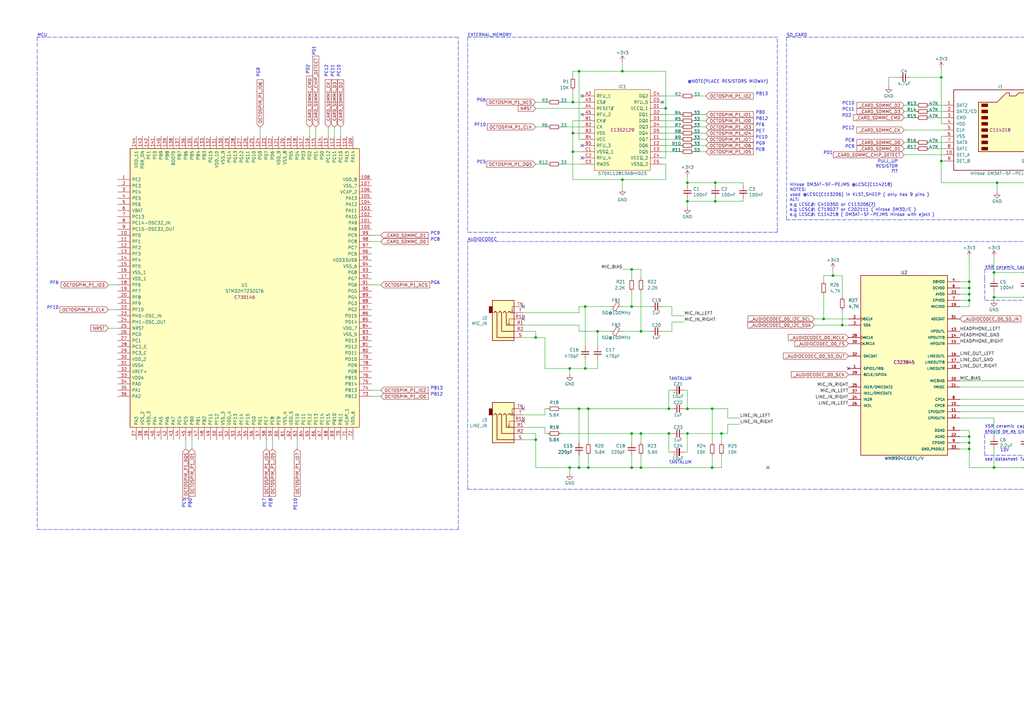
<source format=kicad_sch>
(kicad_sch (version 20211123) (generator eeschema)
  (paper "A3")
  (title_block (title "KLST_PANDA") (date "2022-10-02") (rev "V1.0"))
  (junction (at 386.08 66.04))
  (junction (at 433.07 191.77))
  (junction (at 237.49 29.21))
  (junction (at 495.3 179.07))
  (junction (at 341.63 113.03))
  (junction (at 397.51 123.19))
  (junction (at 274.32 177.8))
  (junction (at 240.03 151.13))
  (junction (at 508 179.07))
  (junction (at 345.44 133.35))
  (junction (at 397.51 179.07))
  (junction (at 397.51 120.65))
  (junction (at 445.77 191.77))
  (junction (at 337.82 130.81))
  (junction (at 407.67 191.77))
  (junction (at 245.11 135.89))
  (junction (at 386.08 31.75))
  (junction (at 433.07 121.92))
  (junction (at 281.94 82.55))
  (junction (at 408.94 74.93))
  (junction (at 274.32 167.64))
  (junction (at 259.08 110.49))
  (junction (at 234.95 41.91))
  (junction (at 241.3 191.77))
  (junction (at 295.91 177.8))
  (junction (at 397.51 115.57))
  (junction (at 444.5 121.92))
  (junction (at 528.32 138.43))
  (junction (at 273.05 44.45))
  (junction (at 420.37 191.77))
  (junction (at 259.08 191.77))
  (junction (at 397.51 184.15))
  (junction (at 262.89 177.8))
  (junction (at 397.51 181.61))
  (junction (at 293.37 82.55))
  (junction (at 219.71 138.43))
  (junction (at 292.1 191.77))
  (junction (at 241.3 167.64))
  (junction (at 234.95 54.61))
  (junction (at 281.94 74.93))
  (junction (at 255.27 73.66))
  (junction (at 240.03 125.73))
  (junction (at 237.49 167.64))
  (junction (at 281.94 177.8))
  (junction (at 508 138.43))
  (junction (at 262.89 135.89))
  (junction (at 501.65 179.07))
  (junction (at 495.3 146.05))
  (junction (at 233.68 191.77))
  (junction (at 259.08 177.8))
  (junction (at 407.67 121.92))
  (junction (at 407.67 111.76))
  (junction (at 237.49 191.77))
  (junction (at 444.5 111.76))
  (junction (at 255.27 29.21))
  (junction (at 528.32 158.75))
  (junction (at 482.6 148.59))
  (junction (at 433.07 111.76))
  (junction (at 420.37 111.76))
  (junction (at 259.08 125.73))
  (junction (at 520.7 135.89))
  (junction (at 293.37 74.93))
  (junction (at 281.94 167.64))
  (junction (at 292.1 167.64))
  (junction (at 420.37 121.92))
  (junction (at 219.71 180.34))
  (junction (at 397.51 118.11))
  (junction (at 234.95 62.23))
  (junction (at 262.89 191.77))
  (junction (at 233.68 151.13))
  (no_connect (at 214.63 167.64))
  (no_connect (at 533.4 130.81))
  (no_connect (at 214.63 130.81))
  (no_connect (at 533.4 125.73))
  (no_connect (at 314.96 191.77))
  (no_connect (at 347.98 151.13))
  (no_connect (at 238.76 59.69))
  (no_connect (at 271.78 41.91))
  (no_connect (at 238.76 46.99))
  (no_connect (at 238.76 39.37))
  (no_connect (at 238.76 64.77))
  (no_connect (at 214.63 125.73))
  (no_connect (at 533.4 151.13))
  (no_connect (at 533.4 146.05))
  (no_connect (at 214.63 172.72))
  (wire (pts (xy 274.32 177.8) (xy 275.59 177.8)))
  (polyline (pts (xy 191.77 15.24) (xy 191.77 95.25)))
  (wire (pts (xy 152.4 99.06) (xy 156.21 99.06)))
  (wire (pts (xy 407.67 121.92) (xy 407.67 123.19)))
  (wire (pts (xy 275.59 132.08) (xy 275.59 135.89)))
  (wire (pts (xy 219.71 138.43) (xy 223.52 138.43)))
  (polyline (pts (xy 467.36 177.8) (xy 467.36 186.69)))
  (wire (pts (xy 234.95 62.23) (xy 234.95 73.66)))
  (wire (pts (xy 44.45 127) (xy 48.26 127)))
  (wire (pts (xy 275.59 129.54) (xy 280.67 129.54)))
  (wire (pts (xy 255.27 125.73) (xy 259.08 125.73)))
  (wire (pts (xy 237.49 29.21) (xy 255.27 29.21)))
  (polyline (pts (xy 191.77 99.06) (xy 565.15 99.06)))
  (wire (pts (xy 223.52 170.18) (xy 223.52 167.64)))
  (wire (pts (xy 525.78 148.59) (xy 525.78 153.67)))
  (wire (pts (xy 397.51 176.53) (xy 397.51 179.07)))
  (polyline (pts (xy 530.86 181.61) (xy 478.79 181.61)))
  (polyline (pts (xy 403.86 110.49) (xy 467.36 110.49)))
  (wire (pts (xy 393.7 181.61) (xy 397.51 181.61)))
  (wire (pts (xy 420.37 184.15) (xy 420.37 191.77)))
  (wire (pts (xy 223.52 151.13) (xy 233.68 151.13)))
  (wire (pts (xy 393.7 123.19) (xy 397.51 123.19)))
  (wire (pts (xy 407.67 171.45) (xy 407.67 179.07)))
  (wire (pts (xy 429.26 166.37) (xy 429.26 185.42)))
  (wire (pts (xy 274.32 177.8) (xy 274.32 185.42)))
  (wire (pts (xy 234.95 41.91) (xy 238.76 41.91)))
  (polyline (pts (xy 15.24 20.32) (xy 15.24 217.17)))
  (wire (pts (xy 219.71 180.34) (xy 214.63 180.34)))
  (wire (pts (xy 76.2 180.34) (xy 76.2 184.15)))
  (wire (pts (xy 533.4 148.59) (xy 528.32 148.59)))
  (wire (pts (xy 408.94 78.74) (xy 408.94 74.93)))
  (wire (pts (xy 381 58.42) (xy 387.35 58.42)))
  (wire (pts (xy 241.3 167.64) (xy 274.32 167.64)))
  (wire (pts (xy 255.27 73.66) (xy 255.27 77.47)))
  (wire (pts (xy 523.24 128.27) (xy 533.4 128.27)))
  (wire (pts (xy 337.82 113.03) (xy 337.82 115.57)))
  (polyline (pts (xy 187.96 217.17) (xy 187.96 15.24)))
  (wire (pts (xy 284.48 52.07) (xy 289.56 52.07)))
  (wire (pts (xy 397.51 123.19) (xy 397.51 120.65)))
  (wire (pts (xy 271.78 52.07) (xy 279.4 52.07)))
  (wire (pts (xy 495.3 146.05) (xy 495.3 162.56)))
  (wire (pts (xy 284.48 57.15) (xy 289.56 57.15)))
  (wire (pts (xy 445.77 184.15) (xy 445.77 191.77)))
  (wire (pts (xy 259.08 177.8) (xy 259.08 181.61)))
  (wire (pts (xy 295.91 191.77) (xy 292.1 191.77)))
  (wire (pts (xy 262.89 135.89) (xy 266.7 135.89)))
  (wire (pts (xy 298.45 171.45) (xy 298.45 167.64)))
  (wire (pts (xy 523.24 128.27) (xy 523.24 135.89)))
  (wire (pts (xy 111.76 180.34) (xy 111.76 184.15)))
  (wire (pts (xy 393.7 168.91) (xy 420.37 168.91)))
  (wire (pts (xy 281.94 167.64) (xy 292.1 167.64)))
  (wire (pts (xy 482.6 148.59) (xy 482.6 162.56)))
  (wire (pts (xy 407.67 111.76) (xy 407.67 114.3)))
  (wire (pts (xy 393.7 120.65) (xy 397.51 120.65)))
  (wire (pts (xy 387.35 55.88) (xy 386.08 55.88)))
  (wire (pts (xy 223.52 177.8) (xy 224.79 177.8)))
  (wire (pts (xy 259.08 186.69) (xy 259.08 191.77)))
  (wire (pts (xy 528.32 138.43) (xy 533.4 138.43)))
  (polyline (pts (xy 467.36 110.49) (xy 467.36 123.19)))
  (wire (pts (xy 420.37 191.77) (xy 433.07 191.77)))
  (wire (pts (xy 271.78 135.89) (xy 275.59 135.89)))
  (wire (pts (xy 233.68 151.13) (xy 240.03 151.13)))
  (polyline (pts (xy 478.79 179.07) (xy 478.79 161.29)))
  (wire (pts (xy 271.78 64.77) (xy 273.05 64.77)))
  (wire (pts (xy 381 60.96) (xy 387.35 60.96)))
  (wire (pts (xy 528.32 140.97) (xy 528.32 138.43)))
  (wire (pts (xy 293.37 82.55) (xy 281.94 82.55)))
  (wire (pts (xy 284.48 39.37) (xy 289.56 39.37)))
  (wire (pts (xy 219.71 52.07) (xy 224.79 52.07)))
  (wire (pts (xy 271.78 39.37) (xy 279.4 39.37)))
  (wire (pts (xy 275.59 160.02) (xy 274.32 160.02)))
  (wire (pts (xy 466.09 146.05) (xy 495.3 146.05)))
  (wire (pts (xy 293.37 74.93) (xy 293.37 76.2)))
  (wire (pts (xy 373.38 31.75) (xy 386.08 31.75)))
  (wire (pts (xy 238.76 49.53) (xy 234.95 49.53)))
  (wire (pts (xy 528.32 135.89) (xy 533.4 135.89)))
  (wire (pts (xy 219.71 138.43) (xy 214.63 138.43)))
  (wire (pts (xy 240.03 147.32) (xy 240.03 151.13)))
  (wire (pts (xy 281.94 167.64) (xy 280.67 167.64)))
  (wire (pts (xy 370.84 63.5) (xy 387.35 63.5)))
  (wire (pts (xy 386.08 55.88) (xy 386.08 66.04)))
  (wire (pts (xy 234.95 73.66) (xy 255.27 73.66)))
  (wire (pts (xy 281.94 177.8) (xy 295.91 177.8)))
  (wire (pts (xy 233.68 151.13) (xy 233.68 153.67)))
  (wire (pts (xy 281.94 160.02) (xy 281.94 167.64)))
  (wire (pts (xy 444.5 121.92) (xy 433.07 121.92)))
  (wire (pts (xy 433.07 191.77) (xy 433.07 194.31)))
  (wire (pts (xy 281.94 177.8) (xy 281.94 185.42)))
  (wire (pts (xy 237.49 167.64) (xy 237.49 181.61)))
  (wire (pts (xy 370.84 58.42) (xy 375.92 58.42)))
  (wire (pts (xy 219.71 135.89) (xy 214.63 135.89)))
  (wire (pts (xy 245.11 135.89) (xy 245.11 142.24)))
  (wire (pts (xy 397.51 120.65) (xy 397.51 118.11)))
  (wire (pts (xy 370.84 43.18) (xy 375.92 43.18)))
  (wire (pts (xy 255.27 73.66) (xy 273.05 73.66)))
  (wire (pts (xy 458.47 191.77) (xy 445.77 191.77)))
  (wire (pts (xy 523.24 158.75) (xy 528.32 158.75)))
  (wire (pts (xy 341.63 113.03) (xy 345.44 113.03)))
  (wire (pts (xy 281.94 82.55) (xy 281.94 85.09)))
  (wire (pts (xy 295.91 186.69) (xy 295.91 191.77)))
  (wire (pts (xy 259.08 191.77) (xy 262.89 191.77)))
  (wire (pts (xy 528.32 135.89) (xy 528.32 138.43)))
  (wire (pts (xy 397.51 125.73) (xy 397.51 123.19)))
  (wire (pts (xy 393.7 163.83) (xy 433.07 163.83)))
  (wire (pts (xy 284.48 46.99) (xy 289.56 46.99)))
  (polyline (pts (xy 322.58 15.24) (xy 449.58 15.24)))
  (polyline (pts (xy 403.86 114.3) (xy 403.86 123.19)))
  (wire (pts (xy 152.4 96.52) (xy 156.21 96.52)))
  (wire (pts (xy 219.71 180.34) (xy 219.71 191.77)))
  (wire (pts (xy 245.11 147.32) (xy 245.11 151.13)))
  (wire (pts (xy 407.67 191.77) (xy 420.37 191.77)))
  (wire (pts (xy 152.4 162.56) (xy 156.21 162.56)))
  (wire (pts (xy 368.3 31.75) (xy 364.49 31.75)))
  (wire (pts (xy 127 52.07) (xy 127 55.88)))
  (wire (pts (xy 229.87 167.64) (xy 237.49 167.64)))
  (wire (pts (xy 280.67 132.08) (xy 275.59 132.08)))
  (wire (pts (xy 381 45.72) (xy 387.35 45.72)))
  (wire (pts (xy 523.24 151.13) (xy 523.24 158.75)))
  (wire (pts (xy 525.78 133.35) (xy 533.4 133.35)))
  (wire (pts (xy 303.53 171.45) (xy 298.45 171.45)))
  (wire (pts (xy 397.51 181.61) (xy 397.51 184.15)))
  (wire (pts (xy 525.78 153.67) (xy 533.4 153.67)))
  (wire (pts (xy 466.09 135.89) (xy 520.7 135.89)))
  (wire (pts (xy 508 138.43) (xy 525.78 138.43)))
  (wire (pts (xy 229.87 52.07) (xy 238.76 52.07)))
  (wire (pts (xy 292.1 167.64) (xy 298.45 167.64)))
  (wire (pts (xy 295.91 177.8) (xy 295.91 181.61)))
  (wire (pts (xy 482.6 148.59) (xy 525.78 148.59)))
  (wire (pts (xy 386.08 66.04) (xy 387.35 66.04)))
  (wire (pts (xy 259.08 119.38) (xy 259.08 125.73)))
  (wire (pts (xy 337.82 130.81) (xy 347.98 130.81)))
  (wire (pts (xy 240.03 151.13) (xy 245.11 151.13)))
  (wire (pts (xy 381 48.26) (xy 387.35 48.26)))
  (wire (pts (xy 255.27 110.49) (xy 259.08 110.49)))
  (wire (pts (xy 275.59 185.42) (xy 274.32 185.42)))
  (wire (pts (xy 533.4 156.21) (xy 528.32 156.21)))
  (wire (pts (xy 495.3 179.07) (xy 495.3 176.53)))
  (wire (pts (xy 219.71 67.31) (xy 224.79 67.31)))
  (wire (pts (xy 219.71 41.91) (xy 224.79 41.91)))
  (wire (pts (xy 520.7 135.89) (xy 523.24 135.89)))
  (wire (pts (xy 298.45 177.8) (xy 298.45 173.99)))
  (wire (pts (xy 233.68 194.31) (xy 233.68 191.77)))
  (wire (pts (xy 501.65 182.88) (xy 501.65 179.07)))
  (wire (pts (xy 397.51 179.07) (xy 397.51 181.61)))
  (wire (pts (xy 259.08 125.73) (xy 266.7 125.73)))
  (wire (pts (xy 520.7 176.53) (xy 520.7 179.07)))
  (wire (pts (xy 295.91 177.8) (xy 298.45 177.8)))
  (wire (pts (xy 466.09 148.59) (xy 482.6 148.59)))
  (wire (pts (xy 281.94 72.39) (xy 281.94 74.93)))
  (polyline (pts (xy 478.79 179.07) (xy 478.79 181.61)))
  (wire (pts (xy 233.68 191.77) (xy 237.49 191.77)))
  (wire (pts (xy 271.78 49.53) (xy 279.4 49.53)))
  (wire (pts (xy 234.95 54.61) (xy 234.95 62.23)))
  (wire (pts (xy 284.48 59.69) (xy 289.56 59.69)))
  (wire (pts (xy 237.49 135.89) (xy 245.11 135.89)))
  (wire (pts (xy 444.5 111.76) (xy 444.5 114.3)))
  (wire (pts (xy 219.71 135.89) (xy 219.71 138.43)))
  (wire (pts (xy 271.78 62.23) (xy 279.4 62.23)))
  (wire (pts (xy 457.2 119.38) (xy 457.2 121.92)))
  (wire (pts (xy 259.08 191.77) (xy 241.3 191.77)))
  (wire (pts (xy 345.44 113.03) (xy 345.44 121.92)))
  (wire (pts (xy 337.82 120.65) (xy 337.82 130.81)))
  (wire (pts (xy 386.08 27.94) (xy 386.08 31.75)))
  (wire (pts (xy 293.37 81.28) (xy 293.37 82.55)))
  (wire (pts (xy 229.87 41.91) (xy 234.95 41.91)))
  (polyline (pts (xy 530.86 161.29) (xy 530.86 181.61)))
  (wire (pts (xy 255.27 135.89) (xy 262.89 135.89)))
  (wire (pts (xy 245.11 135.89) (xy 250.19 135.89)))
  (wire (pts (xy 397.51 184.15) (xy 397.51 191.77)))
  (polyline (pts (xy 191.77 200.66) (xy 565.15 200.66)))
  (wire (pts (xy 364.49 31.75) (xy 364.49 35.56)))
  (wire (pts (xy 393.7 156.21) (xy 458.47 156.21)))
  (wire (pts (xy 386.08 74.93) (xy 408.94 74.93)))
  (wire (pts (xy 444.5 111.76) (xy 457.2 111.76)))
  (wire (pts (xy 109.22 180.34) (xy 109.22 184.15)))
  (wire (pts (xy 508 138.43) (xy 508 162.56)))
  (polyline (pts (xy 403.86 114.3) (xy 403.86 110.49)))
  (wire (pts (xy 284.48 62.23) (xy 289.56 62.23)))
  (wire (pts (xy 433.07 119.38) (xy 433.07 121.92)))
  (wire (pts (xy 214.63 177.8) (xy 219.71 177.8)))
  (wire (pts (xy 238.76 57.15) (xy 237.49 57.15)))
  (wire (pts (xy 241.3 167.64) (xy 241.3 181.61)))
  (wire (pts (xy 458.47 179.07) (xy 458.47 156.21)))
  (wire (pts (xy 274.32 160.02) (xy 274.32 167.64)))
  (wire (pts (xy 393.7 118.11) (xy 397.51 118.11)))
  (wire (pts (xy 337.82 113.03) (xy 341.63 113.03)))
  (wire (pts (xy 345.44 133.35) (xy 347.98 133.35)))
  (wire (pts (xy 381 43.18) (xy 387.35 43.18)))
  (wire (pts (xy 271.78 59.69) (xy 279.4 59.69)))
  (wire (pts (xy 370.84 53.34) (xy 387.35 53.34)))
  (wire (pts (xy 152.4 116.84) (xy 156.21 116.84)))
  (wire (pts (xy 284.48 49.53) (xy 289.56 49.53)))
  (wire (pts (xy 271.78 67.31) (xy 273.05 67.31)))
  (wire (pts (xy 393.7 176.53) (xy 397.51 176.53)))
  (wire (pts (xy 229.87 177.8) (xy 259.08 177.8)))
  (wire (pts (xy 393.7 125.73) (xy 397.51 125.73)))
  (wire (pts (xy 370.84 48.26) (xy 375.92 48.26)))
  (wire (pts (xy 466.09 138.43) (xy 508 138.43)))
  (wire (pts (xy 229.87 67.31) (xy 238.76 67.31)))
  (wire (pts (xy 271.78 57.15) (xy 279.4 57.15)))
  (wire (pts (xy 520.7 167.64) (xy 520.7 171.45)))
  (wire (pts (xy 501.65 179.07) (xy 495.3 179.07)))
  (wire (pts (xy 262.89 191.77) (xy 292.1 191.77)))
  (wire (pts (xy 134.62 52.07) (xy 134.62 55.88)))
  (wire (pts (xy 482.6 176.53) (xy 482.6 179.07)))
  (wire (pts (xy 259.08 110.49) (xy 259.08 114.3)))
  (polyline (pts (xy 15.24 217.17) (xy 187.96 217.17)))
  (wire (pts (xy 520.7 179.07) (xy 508 179.07)))
  (wire (pts (xy 393.7 115.57) (xy 397.51 115.57)))
  (wire (pts (xy 334.01 133.35) (xy 345.44 133.35)))
  (wire (pts (xy 240.03 125.73) (xy 240.03 142.24)))
  (wire (pts (xy 237.49 167.64) (xy 241.3 167.64)))
  (wire (pts (xy 255.27 25.4) (xy 255.27 29.21)))
  (wire (pts (xy 397.51 191.77) (xy 407.67 191.77)))
  (polyline (pts (xy 322.58 15.24) (xy 322.58 90.17)))
  (wire (pts (xy 429.26 185.42) (xy 433.07 185.42)))
  (wire (pts (xy 273.05 29.21) (xy 273.05 44.45)))
  (wire (pts (xy 370.84 45.72) (xy 375.92 45.72)))
  (wire (pts (xy 341.63 113.03) (xy 341.63 110.49)))
  (wire (pts (xy 262.89 110.49) (xy 259.08 110.49)))
  (wire (pts (xy 431.8 74.93) (xy 408.94 74.93)))
  (polyline (pts (xy 403.86 186.69) (xy 467.36 186.69)))
  (wire (pts (xy 386.08 31.75) (xy 386.08 50.8)))
  (wire (pts (xy 433.07 185.42) (xy 433.07 184.15)))
  (wire (pts (xy 137.16 52.07) (xy 137.16 55.88)))
  (wire (pts (xy 345.44 127) (xy 345.44 133.35)))
  (wire (pts (xy 501.65 179.07) (xy 508 179.07)))
  (wire (pts (xy 214.63 133.35) (xy 237.49 133.35)))
  (wire (pts (xy 281.94 81.28) (xy 281.94 82.55)))
  (wire (pts (xy 271.78 54.61) (xy 279.4 54.61)))
  (wire (pts (xy 280.67 177.8) (xy 281.94 177.8)))
  (wire (pts (xy 274.32 167.64) (xy 275.59 167.64)))
  (wire (pts (xy 78.74 180.34) (xy 78.74 184.15)))
  (wire (pts (xy 397.51 118.11) (xy 397.51 115.57)))
  (wire (pts (xy 121.92 180.34) (xy 121.92 184.15)))
  (wire (pts (xy 458.47 184.15) (xy 458.47 191.77)))
  (wire (pts (xy 407.67 111.76) (xy 420.37 111.76)))
  (wire (pts (xy 444.5 119.38) (xy 444.5 121.92)))
  (wire (pts (xy 508 176.53) (xy 508 179.07)))
  (wire (pts (xy 482.6 167.64) (xy 482.6 171.45)))
  (wire (pts (xy 393.7 184.15) (xy 397.51 184.15)))
  (wire (pts (xy 139.7 52.07) (xy 139.7 55.88)))
  (wire (pts (xy 407.67 184.15) (xy 407.67 191.77)))
  (polyline (pts (xy 187.96 15.24) (xy 15.24 15.24)))
  (wire (pts (xy 237.49 186.69) (xy 237.49 191.77)))
  (wire (pts (xy 292.1 167.64) (xy 292.1 181.61)))
  (wire (pts (xy 386.08 66.04) (xy 386.08 74.93)))
  (wire (pts (xy 237.49 57.15) (xy 237.49 29.21)))
  (wire (pts (xy 214.63 170.18) (xy 223.52 170.18)))
  (polyline (pts (xy 565.15 99.06) (xy 565.15 200.66)))
  (wire (pts (xy 240.03 125.73) (xy 237.49 125.73)))
  (wire (pts (xy 234.95 54.61) (xy 238.76 54.61)))
  (wire (pts (xy 495.3 146.05) (xy 528.32 146.05)))
  (polyline (pts (xy 449.58 90.17) (xy 449.58 15.24)))
  (wire (pts (xy 241.3 191.77) (xy 237.49 191.77)))
  (polyline (pts (xy 15.24 15.24) (xy 15.24 19.05)))
  (wire (pts (xy 241.3 186.69) (xy 241.3 191.77)))
  (wire (pts (xy 433.07 111.76) (xy 433.07 114.3)))
  (wire (pts (xy 433.07 191.77) (xy 445.77 191.77)))
  (wire (pts (xy 293.37 74.93) (xy 304.8 74.93)))
  (wire (pts (xy 495.3 167.64) (xy 495.3 171.45)))
  (wire (pts (xy 304.8 81.28) (xy 304.8 82.55)))
  (wire (pts (xy 433.07 163.83) (xy 433.07 179.07)))
  (wire (pts (xy 420.37 119.38) (xy 420.37 121.92)))
  (wire (pts (xy 433.07 121.92) (xy 420.37 121.92)))
  (wire (pts (xy 129.54 52.07) (xy 129.54 55.88)))
  (wire (pts (xy 445.77 158.75) (xy 445.77 179.07)))
  (wire (pts (xy 214.63 128.27) (xy 237.49 128.27)))
  (wire (pts (xy 223.52 175.26) (xy 223.52 177.8)))
  (wire (pts (xy 528.32 158.75) (xy 533.4 158.75)))
  (wire (pts (xy 250.19 125.73) (xy 240.03 125.73)))
  (polyline (pts (xy 191.77 15.24) (xy 318.77 15.24)))
  (wire (pts (xy 407.67 119.38) (xy 407.67 121.92)))
  (wire (pts (xy 420.37 111.76) (xy 420.37 114.3)))
  (wire (pts (xy 457.2 121.92) (xy 444.5 121.92)))
  (wire (pts (xy 407.67 105.41) (xy 407.67 111.76)))
  (polyline (pts (xy 191.77 200.66) (xy 191.77 99.06)))
  (wire (pts (xy 420.37 121.92) (xy 407.67 121.92)))
  (wire (pts (xy 431.8 66.04) (xy 430.53 66.04)))
  (wire (pts (xy 304.8 74.93) (xy 304.8 76.2)))
  (wire (pts (xy 393.7 166.37) (xy 429.26 166.37)))
  (wire (pts (xy 262.89 177.8) (xy 262.89 181.61)))
  (wire (pts (xy 262.89 114.3) (xy 262.89 110.49)))
  (polyline (pts (xy 403.86 177.8) (xy 467.36 177.8)))
  (wire (pts (xy 284.48 54.61) (xy 289.56 54.61)))
  (wire (pts (xy 234.95 49.53) (xy 234.95 54.61)))
  (wire (pts (xy 280.67 160.02) (xy 281.94 160.02)))
  (polyline (pts (xy 318.77 95.25) (xy 318.77 15.24)))
  (wire (pts (xy 393.7 158.75) (xy 445.77 158.75)))
  (wire (pts (xy 433.07 111.76) (xy 444.5 111.76)))
  (wire (pts (xy 234.95 36.83) (xy 234.95 41.91)))
  (wire (pts (xy 273.05 44.45) (xy 273.05 64.77)))
  (polyline (pts (xy 191.77 95.25) (xy 318.77 95.25)))
  (wire (pts (xy 273.05 67.31) (xy 273.05 73.66)))
  (wire (pts (xy 420.37 111.76) (xy 433.07 111.76)))
  (wire (pts (xy 334.01 130.81) (xy 337.82 130.81)))
  (wire (pts (xy 262.89 186.69) (xy 262.89 191.77)))
  (wire (pts (xy 271.78 125.73) (xy 275.59 125.73)))
  (wire (pts (xy 457.2 114.3) (xy 457.2 111.76)))
  (wire (pts (xy 262.89 177.8) (xy 274.32 177.8)))
  (wire (pts (xy 528.32 156.21) (xy 528.32 158.75)))
  (wire (pts (xy 223.52 138.43) (xy 223.52 151.13)))
  (wire (pts (xy 273.05 29.21) (xy 255.27 29.21)))
  (wire (pts (xy 219.71 191.77) (xy 233.68 191.77)))
  (wire (pts (xy 304.8 82.55) (xy 293.37 82.55)))
  (wire (pts (xy 237.49 128.27) (xy 237.49 125.73)))
  (wire (pts (xy 466.09 151.13) (xy 523.24 151.13)))
  (wire (pts (xy 292.1 186.69) (xy 292.1 191.77)))
  (wire (pts (xy 219.71 44.45) (xy 238.76 44.45)))
  (wire (pts (xy 237.49 133.35) (xy 237.49 135.89)))
  (wire (pts (xy 420.37 168.91) (xy 420.37 179.07)))
  (wire (pts (xy 234.95 29.21) (xy 237.49 29.21)))
  (wire (pts (xy 520.7 135.89) (xy 520.7 162.56)))
  (wire (pts (xy 262.89 119.38) (xy 262.89 135.89)))
  (wire (pts (xy 370.84 60.96) (xy 375.92 60.96)))
  (wire (pts (xy 528.32 148.59) (xy 528.32 146.05)))
  (wire (pts (xy 219.71 177.8) (xy 219.71 180.34)))
  (wire (pts (xy 234.95 31.75) (xy 234.95 29.21)))
  (polyline (pts (xy 467.36 123.19) (xy 403.86 123.19)))
  (wire (pts (xy 387.35 50.8) (xy 386.08 50.8)))
  (wire (pts (xy 214.63 175.26) (xy 223.52 175.26)))
  (polyline (pts (xy 478.79 161.29) (xy 530.86 161.29)))
  (wire (pts (xy 44.45 116.84) (xy 48.26 116.84)))
  (wire (pts (xy 281.94 74.93) (xy 281.94 76.2)))
  (wire (pts (xy 223.52 167.64) (xy 224.79 167.64)))
  (wire (pts (xy 508 167.64) (xy 508 171.45)))
  (wire (pts (xy 271.78 46.99) (xy 279.4 46.99)))
  (polyline (pts (xy 322.58 90.17) (xy 449.58 90.17)))
  (wire (pts (xy 259.08 177.8) (xy 262.89 177.8)))
  (wire (pts (xy 106.68 52.07) (xy 106.68 55.88)))
  (wire (pts (xy 234.95 62.23) (xy 238.76 62.23)))
  (wire (pts (xy 152.4 160.02) (xy 156.21 160.02)))
  (wire (pts (xy 280.67 185.42) (xy 281.94 185.42)))
  (wire (pts (xy 431.8 66.04) (xy 431.8 74.93)))
  (wire (pts (xy 281.94 74.93) (xy 293.37 74.93)))
  (wire (pts (xy 393.7 179.07) (xy 397.51 179.07)))
  (wire (pts (xy 275.59 125.73) (xy 275.59 129.54)))
  (wire (pts (xy 44.45 134.62) (xy 48.26 134.62)))
  (wire (pts (xy 525.78 133.35) (xy 525.78 138.43)))
  (wire (pts (xy 271.78 44.45) (xy 273.05 44.45)))
  (wire (pts (xy 397.51 115.57) (xy 397.51 105.41)))
  (wire (pts (xy 482.6 179.07) (xy 495.3 179.07)))
  (wire (pts (xy 393.7 171.45) (xy 407.67 171.45)))
  (polyline (pts (xy 403.86 186.69) (xy 403.86 177.8)))
  (wire (pts (xy 466.09 140.97) (xy 528.32 140.97)))
  (wire (pts (xy 298.45 173.99) (xy 303.53 173.99)))
  (text "PE8" (at 309.88 62.23 0) (effects (font (size 1.27 1.27)) (justify left bottom)))
  (text "PG6" (at 176.53 116.84 0) (effects (font (size 1.27 1.27)) (justify left bottom)))
  (text "PB0" (at 78.74 204.47 270) (effects (font (size 1.27 1.27)) (justify right bottom)))
  (text "PB0" (at 309.88 46.99 0) (effects (font (size 1.27 1.27)) (justify left bottom)))
  (text "PE10" (at 309.88 57.15 0) (effects (font (size 1.27 1.27)) (justify left bottom)))
  (text "see datasheet Table 95, p177" (at 403.86 189.23 0) (effects (font (size 1.27 1.27)) (justify left bottom)))
  (text "TANTALUM" (at 274.32 190.5 0) (effects (font (size 1.27 1.27)) (justify left bottom)))
  (text "PC10" (at 139.7 31.75 90) (effects (font (size 1.27 1.27)) (justify left bottom)))
  (text "SD_CARD" (at 322.58 15.24 0) (effects (font (size 1.27 1.27)) (justify left bottom)))
  (text "Hirose DM3AT-SF-PEJM5 @LCSC(C114218)\nNOTES:\nused @LCSC(C113206) in KLST_SHEEP ( only has 9 pins )\nALT: \ne.g LCSC#: C410350 or C113206(?)\ne.g LCSC#: C719027 or C202111 ( Hirose DM3D/C )\ne.g LCSC#: C114218 ( DM3AT-SF-PEJM5 Hirose with eject )" (at 323.85 88.9 0) (effects (font (size 1.27 1.27)) (justify left bottom)))
  (text "PB13" (at 176.53 160.02 0) (effects (font (size 1.27 1.27)) (justify left bottom)))
  (text "PB12" (at 309.88 49.53 0) (effects (font (size 1.27 1.27)) (justify left bottom)))
  (text "PE8" (at 111.76 204.47 270) (effects (font (size 1.27 1.27)) (justify right bottom)))
  (text "TANTALUM" (at 274.32 156.21 0) (effects (font (size 1.27 1.27)) (justify left bottom)))
  (text "@NOTE(PLACE RESISTORS MIDWAY)" (at 281.94 34.29 0) (effects (font (size 1.27 1.27)) (justify left bottom)))
  (text "6.3V" (at 422.91 185.42 0) (effects (font (size 1.27 1.27)) (justify left bottom)))
  (text "PD1" (at 129.54 22.86 90) (effects (font (size 1.27 1.27)) (justify left bottom)))
  (text "PULL_UP\nRESISTOR\n?!?" (at 368.3 71.12 180) (effects (font (size 1.27 1.27)) (justify right bottom)))
  (text "X5R ceramic capacitor\nshould be as close to WM8904 as possible" (at 403.86 177.8 0) (effects (font (size 1.27 1.27)) (justify left bottom)))
  (text "PB12" (at 176.53 162.56 0) (effects (font (size 1.27 1.27)) (justify left bottom)))
  (text "10V" (at 410.21 185.42 0) (effects (font (size 1.27 1.27)) (justify left bottom)))
  (text "PD1" (at 341.63 63.5 180) (effects (font (size 1.27 1.27)) (justify right bottom)))
  (text "PE10" (at 121.92 204.47 270) (effects (font (size 1.27 1.27)) (justify right bottom)))
  (text "PC9" (at 350.52 60.96 180) (effects (font (size 1.27 1.27)) (justify right bottom)))
  (text "PC10" (at 350.52 43.18 180) (effects (font (size 1.27 1.27)) (justify right bottom)))
  (text "PF10" (at 24.13 127 180) (effects (font (size 1.27 1.27)) (justify right bottom)))
  (text "MCU" (at 15.24 15.24 0) (effects (font (size 1.27 1.27)) (justify left bottom)))
  (text "PE7" (at 109.22 204.47 270) (effects (font (size 1.27 1.27)) (justify right bottom)))
  (text "should be reasonably close to WM8904" (at 478.79 161.29 0) (effects (font (size 1.27 1.27)) (justify left bottom)))
  (text "X5R ceramic capacitor" (at 403.86 110.49 0) (effects (font (size 1.27 1.27)) (justify left bottom)))
  (text "PC11" (at 350.52 45.72 180) (effects (font (size 1.27 1.27)) (justify right bottom)))
  (text "PG9" (at 309.88 59.69 0) (effects (font (size 1.27 1.27)) (justify left bottom)))
  (text "PC12" (at 134.62 31.75 90) (effects (font (size 1.27 1.27)) (justify left bottom)))
  (text "PC8" (at 176.53 99.06 0) (effects (font (size 1.27 1.27)) (justify left bottom)))
  (text "PD2" (at 127 30.48 90) (effects (font (size 1.27 1.27)) (justify left bottom)))
  (text "PC5" (at 199.39 67.31 180) (effects (font (size 1.27 1.27)) (justify right bottom)))
  (text "PG6" (at 199.39 41.91 180) (effects (font (size 1.27 1.27)) (justify right bottom)))
  (text "PC11" (at 137.16 31.75 90) (effects (font (size 1.27 1.27)) (justify left bottom)))
  (text "PC12" (at 350.52 53.34 180) (effects (font (size 1.27 1.27)) (justify right bottom)))
  (text "PF10" (at 199.39 52.07 180) (effects (font (size 1.27 1.27)) (justify right bottom)))
  (text "PC5" (at 76.2 204.47 270) (effects (font (size 1.27 1.27)) (justify right bottom)))
  (text "PD2" (at 349.25 48.26 180) (effects (font (size 1.27 1.27)) (justify right bottom)))
  (text "PG9" (at 106.68 31.75 90) (effects (font (size 1.27 1.27)) (justify left bottom)))
  (text "PE7" (at 309.88 54.61 0) (effects (font (size 1.27 1.27)) (justify left bottom)))
  (text "PF6" (at 24.13 116.84 180) (effects (font (size 1.27 1.27)) (justify right bottom)))
  (text "PB13" (at 309.88 39.37 0) (effects (font (size 1.27 1.27)) (justify left bottom)))
  (text "PC9" (at 176.53 96.52 0) (effects (font (size 1.27 1.27)) (justify left bottom)))
  (text "EXTERNAL_MEMORY" (at 191.77 15.24 0) (effects (font (size 1.27 1.27)) (justify left bottom)))
  (text "6.3V" (at 435.61 185.42 0) (effects (font (size 1.27 1.27)) (justify left bottom)))
  (text "AUDIOCODEC" (at 191.77 99.06 0) (effects (font (size 1.27 1.27)) (justify left bottom)))
  (text "PC8" (at 350.52 58.42 180) (effects (font (size 1.27 1.27)) (justify right bottom)))
  (text "PF6" (at 309.88 52.07 0) (effects (font (size 1.27 1.27)) (justify left bottom)))
  (label "MIC_IN_LEFT" (at 280.67 129.54 0))
  (label "MIC_IN_RIGHT" (at 280.67 132.08 0))
  (label "HEADPHONE_LEFT" (at 466.09 135.89 0))
  (label "LINE_OUT_GND" (at 466.09 151.13 0))
  (label "HEADPHONE_RIGHT" (at 393.7 140.97 0))
  (label "LINE_IN_LEFT" (at 347.98 166.37 180))
  (label "MIC_BIAS" (at 255.27 110.49 180))
  (label "LINE_OUT_GND" (at 393.7 148.59 0))
  (label "LINE_OUT_RIGHT" (at 466.09 148.59 0))
  (label "MIC_BIAS" (at 393.7 156.21 0))
  (label "LINE_OUT_LEFT" (at 393.7 146.05 0))
  (label "HEADPHONE_GND" (at 466.09 140.97 0))
  (label "LINE_IN_RIGHT" (at 303.53 173.99 0))
  (label "LINE_OUT_LEFT" (at 466.09 146.05 0))
  (label "HEADPHONE_RIGHT" (at 466.09 138.43 0))
  (label "LINE_OUT_RIGHT" (at 393.7 151.13 0))
  (label "HEADPHONE_GND" (at 393.7 138.43 0))
  (label "LINE_IN_LEFT" (at 303.53 171.45 0))
  (label "MIC_IN_RIGHT" (at 347.98 158.75 180))
  (label "LINE_IN_RIGHT" (at 347.98 163.83 180))
  (label "MIC_IN_LEFT" (at 347.98 161.29 180))
  (label "HEADPHONE_LEFT" (at 393.7 135.89 0))
  (global_label "OCTOSPIM_P1_IO4" (shape input) (at 109.22 184.15 270) (property "Intersheet References" "${INTERSHEET_REFS}" (effects hide)))
  (global_label "OCTOSPIM_P1_IO3" (shape input) (at 289.56 52.07 0) (property "Intersheet References" "${INTERSHEET_REFS}" (effects hide)))
  (global_label "OCTOSPIM_P1_CLK" (shape input) (at 219.71 52.07 180) (property "Intersheet References" "${INTERSHEET_REFS}" (effects hide)))
  (global_label "_CARD_SDMMC_D1" (shape input) (at 156.21 96.52 0) (property "Intersheet References" "${INTERSHEET_REFS}" (effects hide)))
  (global_label "_CARD_SDMMC_D3" (shape input) (at 370.84 45.72 180) (property "Intersheet References" "${INTERSHEET_REFS}" (effects hide)))
  (global_label "_AUDIOCODEC_00_SD_IN" (shape input) (at 393.7 130.81 0) (property "Intersheet References" "${INTERSHEET_REFS}" (effects hide)))
  (global_label "_CARD_SDMMC_D2" (shape input) (at 139.7 52.07 90) (property "Intersheet References" "${INTERSHEET_REFS}" (effects hide)))
  (global_label "_AUDIOCODEC_00_SD_OUT" (shape input) (at 347.98 146.05 180) (property "Intersheet References" "${INTERSHEET_REFS}" (effects hide)))
  (global_label "NRST" (shape input) (at 219.71 44.45 180) (property "Intersheet References" "${INTERSHEET_REFS}" (effects hide)))
  (global_label "_AUDIOCODEC_00_I2C_SDA" (shape input) (at 334.01 133.35 180) (property "Intersheet References" "${INTERSHEET_REFS}" (effects hide)))
  (global_label "OCTOSPIM_P1_IO7" (shape input) (at 121.92 184.15 270) (property "Intersheet References" "${INTERSHEET_REFS}" (effects hide)))
  (global_label "_AUDIOCODEC_00_FS" (shape input) (at 347.98 140.97 180) (property "Intersheet References" "${INTERSHEET_REFS}" (effects hide)))
  (global_label "_CARD_SDMMC_CMD" (shape input) (at 127 52.07 90) (property "Intersheet References" "${INTERSHEET_REFS}" (effects hide)))
  (global_label "_AUDIOCODEC_00_I2C_SCL" (shape input) (at 334.01 130.81 180) (property "Intersheet References" "${INTERSHEET_REFS}" (effects hide)))
  (global_label "_CARD_SDMMC_CK" (shape input) (at 370.84 53.34 180) (property "Intersheet References" "${INTERSHEET_REFS}" (effects hide)))
  (global_label "OCTOSPIM_P1_IO1" (shape input) (at 78.74 184.15 270) (property "Intersheet References" "${INTERSHEET_REFS}" (effects hide)))
  (global_label "_CARD_SDMMC_CHIP_DETECT" (shape input) (at 129.54 52.07 90) (property "Intersheet References" "${INTERSHEET_REFS}" (effects hide)))
  (global_label "OCTOSPIM_P1_IO7" (shape input) (at 289.56 57.15 0) (property "Intersheet References" "${INTERSHEET_REFS}" (effects hide)))
  (global_label "_CARD_SDMMC_D1" (shape input) (at 370.84 60.96 180) (property "Intersheet References" "${INTERSHEET_REFS}" (effects hide)))
  (global_label "_CARD_SDMMC_D0" (shape input) (at 370.84 58.42 180) (property "Intersheet References" "${INTERSHEET_REFS}" (effects hide)))
  (global_label "OCTOSPIM_P1_IO5" (shape input) (at 111.76 184.15 270) (property "Intersheet References" "${INTERSHEET_REFS}" (effects hide)))
  (global_label "_CARD_SDMMC_D0" (shape input) (at 156.21 99.06 0) (property "Intersheet References" "${INTERSHEET_REFS}" (effects hide)))
  (global_label "OCTOSPIM_P1_NCS" (shape input) (at 219.71 41.91 180) (property "Intersheet References" "${INTERSHEET_REFS}" (effects hide)))
  (global_label "OCTOSPIM_P1_IO1" (shape input) (at 289.56 46.99 0) (property "Intersheet References" "${INTERSHEET_REFS}" (effects hide)))
  (global_label "OCTOSPIM_P1_DQS" (shape input) (at 219.71 67.31 180) (property "Intersheet References" "${INTERSHEET_REFS}" (effects hide)))
  (global_label "OCTOSPIM_P1_IO6" (shape input) (at 106.68 52.07 90) (property "Intersheet References" "${INTERSHEET_REFS}" (effects hide)))
  (global_label "OCTOSPIM_P1_IO2" (shape input) (at 289.56 39.37 0) (property "Intersheet References" "${INTERSHEET_REFS}" (effects hide)))
  (global_label "_CARD_SDMMC_D2" (shape input) (at 370.84 43.18 180) (property "Intersheet References" "${INTERSHEET_REFS}" (effects hide)))
  (global_label "_AUDIOCODEC_00_MCLK" (shape input) (at 347.98 138.43 180) (property "Intersheet References" "${INTERSHEET_REFS}" (effects hide)))
  (global_label "NRST" (shape input) (at 44.45 134.62 180) (property "Intersheet References" "${INTERSHEET_REFS}" (effects hide)))
  (global_label "OCTOSPIM_P1_IO5" (shape input) (at 289.56 62.23 0) (property "Intersheet References" "${INTERSHEET_REFS}" (effects hide)))
  (global_label "OCTOSPIM_P1_IO6" (shape input) (at 289.56 59.69 0) (property "Intersheet References" "${INTERSHEET_REFS}" (effects hide)))
  (global_label "OCTOSPIM_P1_IO0" (shape input) (at 289.56 49.53 0) (property "Intersheet References" "${INTERSHEET_REFS}" (effects hide)))
  (global_label "_AUDIOCODEC_00_SCK" (shape input) (at 347.98 153.67 180) (property "Intersheet References" "${INTERSHEET_REFS}" (effects hide)))
  (global_label "OCTOSPIM_P1_IO4" (shape input) (at 289.56 54.61 0) (property "Intersheet References" "${INTERSHEET_REFS}" (effects hide)))
  (global_label "OCTOSPIM_P1_CLK" (shape input) (at 44.45 127 180) (property "Intersheet References" "${INTERSHEET_REFS}" (effects hide)))
  (global_label "_CARD_SDMMC_CMD" (shape input) (at 370.84 48.26 180) (property "Intersheet References" "${INTERSHEET_REFS}" (effects hide)))
  (global_label "_CARD_SDMMC_CHIP_DETECT" (shape input) (at 370.84 63.5 180) (property "Intersheet References" "${INTERSHEET_REFS}" (effects hide)))
  (global_label "_CARD_SDMMC_D3" (shape input) (at 137.16 52.07 90) (property "Intersheet References" "${INTERSHEET_REFS}" (effects hide)))
  (global_label "OCTOSPIM_P1_DQS" (shape input) (at 76.2 184.15 270) (property "Intersheet References" "${INTERSHEET_REFS}" (effects hide)))
  (global_label "OCTOSPIM_P1_IO0" (shape input) (at 156.21 162.56 0) (property "Intersheet References" "${INTERSHEET_REFS}" (effects hide)))
  (global_label "OCTOSPIM_P1_NCS" (shape input) (at 156.21 116.84 0) (property "Intersheet References" "${INTERSHEET_REFS}" (effects hide)))
  (global_label "OCTOSPIM_P1_IO2" (shape input) (at 156.21 160.02 0) (property "Intersheet References" "${INTERSHEET_REFS}" (effects hide)))
  (global_label "_CARD_SDMMC_CK" (shape input) (at 134.62 52.07 90) (property "Intersheet References" "${INTERSHEET_REFS}" (effects hide)))
  (global_label "OCTOSPIM_P1_IO3" (shape input) (at 44.45 116.84 180) (property "Intersheet References" "${INTERSHEET_REFS}" (effects hide)))
  (symbol (lib_id "Device:R_Small") (at 281.94 54.61 90) (unit 1)
    (property "Reference" "R8" (at 279.4 54.61 90) (effects (justify left top)))
    (property "Value" "33" (at 284.48 54.61 90) (effects (justify right top)))
    (property "Footprint" "Resistor_SMD:R_0603_1608Metric" (effects hide))
    (property "LCSC" "C125766" (effects hide))
  )
  (symbol (lib_id "WM8904CGEFL:WM8904CGEFL{slash}V") (at 370.84 148.59 0) (unit 1)
    (property "Reference" "U2" (at 370.84 111.76 0))
    (property "Value" "WM8904CGEFL/V" (at 370.84 187.96 0))
    (property "Footprint" "WM8904CGEFL:QFN40P400X400X80-33N" (effects hide))
    (property "LCSC" "C323845" (at 370.84 148.59 0))
  )
  (symbol (lib_id "power:GND") (at 408.94 78.74 0) (unit 1)
    (property "Reference" "#PWR07" (effects hide))
    (property "Value" "GND" (at 408.94 82.55 0))
  )
  (symbol (lib_id "Device:R_Small") (at 378.46 43.18 90) (unit 1)
    (property "Reference" "R13" (at 375.92 43.18 90) (effects (justify left top)))
    (property "Value" "47K" (at 381 43.18 90) (effects (justify right top)))
    (property "Footprint" "Resistor_SMD:R_0603_1608Metric" (effects hide))
    (property "LCSC" "C23162" (effects hide))
  )
  (symbol (lib_id "Device:R_Small") (at 281.94 57.15 90) (unit 1)
    (property "Reference" "R9" (at 279.4 57.15 90) (effects (justify left top)))
    (property "Value" "33" (at 284.48 57.15 90) (effects (justify right top)))
    (property "Footprint" "Resistor_SMD:R_0603_1608Metric" (effects hide))
    (property "LCSC" "C125766" (effects hide))
  )
  (symbol (lib_id "Connector:AudioJack4_SwitchTR1") (at 209.55 133.35 0) (mirror x) (unit 1)
    (property "Reference" "J2" (at 199.898 130.3782 0) (effects (justify right)))
    (property "Value" "MIC_IN" (at 199.898 132.6896 0) (effects (justify right)))
    (property "Footprint" "KLST_SHEEP:Korean_Hroparts_Elec_PJ-316A-6A" (effects hide))
    (property "Datasheet" "https://datasheet.lcsc.com/szlcsc/1810121710_Korean-Hroparts-Elec-PJ-316A-6A_C128987.pdf" (effects hide))
    (property "MFR.Part #" "PJ-316A-6A" (effects hide))
    (property "Extended Part" "x" (effects hide))
    (property "JLCPCB Part #" "C128987" (effects hide))
  )
  (symbol (lib_id "Device:C_Small") (at 269.24 125.73 90) (unit 1)
    (property "Reference" "C19" (at 269.24 123.19 90))
    (property "Value" "1uF" (at 269.24 128.27 90))
  )
  (symbol (lib_id "Device:R_Small") (at 241.3 184.15 0) (unit 1)
    (property "Reference" "R20" (at 243.84 182.8799 0) (effects (justify left)))
    (property "Value" "5.6K" (at 243.84 185.4199 0) (effects (justify left)))
  )
  (symbol (lib_id "Device:C_Small") (at 259.08 184.15 180) (unit 1)
    (property "Reference" "C18" (at 256.54 182.88 0) (effects (justify left)))
    (property "Value" "220pF" (at 256.54 185.42 0) (effects (justify left)))
  )
  (symbol (lib_id "Device:R_Small") (at 227.33 177.8 90) (unit 1)
    (property "Reference" "R19" (at 227.33 175.26 90))
    (property "Value" "5.6K" (at 227.33 180.34 90))
  )
  (symbol (lib_id "Device:R_Small") (at 281.94 46.99 90) (unit 1)
    (property "Reference" "R4" (at 279.4 46.99 90) (effects (justify left top)))
    (property "Value" "33" (at 284.48 46.99 90) (effects (justify right top)))
    (property "Footprint" "Resistor_SMD:R_0603_1608Metric" (effects hide))
    (property "LCSC" "C125766" (effects hide))
  )
  (symbol (lib_id "Device:R_Small") (at 262.89 116.84 0) (unit 1)
    (property "Reference" "R22" (at 265.43 115.5699 0) (effects (justify left)))
    (property "Value" "2.2K" (at 265.43 118.1099 0) (effects (justify left)))
  )
  (symbol (lib_id "power:GND") (at 501.65 182.88 0) (unit 1)
    (property "Reference" "#PWR0105" (effects hide))
    (property "Value" "GND" (at 501.65 186.69 0))
  )
  (symbol (lib_id "power:GND") (at 407.67 123.19 0) (unit 1)
    (property "Reference" "#PWR0103" (effects hide))
    (property "Value" "GND" (at 407.67 127 0))
  )
  (symbol (lib_id "power:GND") (at 433.07 194.31 0) (unit 1)
    (property "Reference" "#PWR0104" (effects hide))
    (property "Value" "GND" (at 433.07 198.12 0))
  )
  (symbol (lib_id "Device:R_Small") (at 378.46 48.26 90) (unit 1)
    (property "Reference" "R15" (at 375.92 48.26 90) (effects (justify left top)))
    (property "Value" "47K" (at 381 48.26 90) (effects (justify right top)))
    (property "Footprint" "Resistor_SMD:R_0603_1608Metric" (effects hide))
    (property "LCSC" "C23162" (effects hide))
  )
  (symbol (lib_id "Connector:AudioJack4_SwitchTR1") (at 209.55 175.26 0) (mirror x) (unit 1)
    (property "Reference" "J3" (at 199.898 172.2882 0) (effects (justify right)))
    (property "Value" "LINE_IN" (at 199.898 174.5996 0) (effects (justify right)))
    (property "Footprint" "KLST_SHEEP:Korean_Hroparts_Elec_PJ-316A-6A" (effects hide))
    (property "Datasheet" "https://datasheet.lcsc.com/szlcsc/1810121710_Korean-Hroparts-Elec-PJ-316A-6A_C128987.pdf" (effects hide))
    (property "MFR.Part #" "PJ-316A-6A" (effects hide))
    (property "Extended Part" "x" (effects hide))
    (property "JLCPCB Part #" "C128987" (effects hide))
  )
  (symbol (lib_id "Device:C_Small") (at 508 165.1 0) (unit 1)
    (property "Reference" "C27" (at 510.3368 163.9316 0) (effects (justify left)))
    (property "Value" "100nF" (at 510.3368 166.243 0) (effects (justify left)))
    (property "Footprint" "Capacitor_SMD:C_0402_1005Metric" (effects hide))
    (property "LCSC" "C1525" (effects hide))
    (property "Extended Part" "-" (effects hide))
  )
  (symbol (lib_id "Device:R_Small") (at 508 173.99 0) (unit 1)
    (property "Reference" "R30" (at 510.54 172.7199 0) (effects (justify left)))
    (property "Value" "20" (at 510.54 175.2599 0) (effects (justify left)))
  )
  (symbol (lib_id "Connector:AudioJack4_SwitchTR1") (at 538.48 133.35 180) (unit 1)
    (property "Reference" "J4" (at 548.132 130.3782 0) (effects (justify right)))
    (property "Value" "HEADPHONE_OUT" (at 548.132 132.6896 0) (effects (justify right)))
    (property "Footprint" "KLST_SHEEP:Korean_Hroparts_Elec_PJ-316A-6A" (effects hide))
    (property "Datasheet" "https://datasheet.lcsc.com/szlcsc/1810121710_Korean-Hroparts-Elec-PJ-316A-6A_C128987.pdf" (effects hide))
    (property "MFR.Part #" "PJ-316A-6A" (effects hide))
    (property "Extended Part" "x" (effects hide))
    (property "JLCPCB Part #" "C128987" (effects hide))
  )
  (symbol (lib_id "Device:R_Small") (at 378.46 58.42 90) (unit 1)
    (property "Reference" "R16" (at 375.92 58.42 90) (effects (justify left top)))
    (property "Value" "47K" (at 381 58.42 90) (effects (justify right top)))
    (property "Footprint" "Resistor_SMD:R_0603_1608Metric" (effects hide))
    (property "LCSC" "C23162" (effects hide))
  )
  (symbol (lib_id "Device:R_Small") (at 292.1 184.15 0) (unit 1)
    (property "Reference" "R24" (at 289.56 182.88 0) (effects (justify right)))
    (property "Value" "10K" (at 289.56 185.42 0) (effects (justify right)))
  )
  (symbol (lib_id "Device:C_Small") (at 420.37 181.61 0) (unit 1)
    (property "Reference" "C8" (at 422.7068 180.4416 0) (effects (justify left)))
    (property "Value" "2.2uF" (at 422.7068 182.753 0) (effects (justify left)))
    (property "Footprint" "Capacitor_SMD:C_0402_1005Metric" (effects hide))
  )
  (symbol (lib_id "Device:R_Small") (at 337.82 118.11 0) (unit 1)
    (property "Reference" "R26" (at 340.36 116.8399 0) (effects (justify left)))
    (property "Value" "4.7K" (at 340.36 119.3799 0) (effects (justify left)))
  )
  (symbol (lib_id "power:+3V3") (at 386.08 27.94 0) (unit 1)
    (property "Reference" "#PWR05" (effects hide))
    (property "Value" "+3V3" (at 386.08 24.13 0))
  )
  (symbol (lib_id "Device:C_Small") (at 245.11 144.78 0) (unit 1)
    (property "Reference" "C17" (at 248.285 143.5162 0) (effects (justify left)))
    (property "Value" "470pF" (at 248.285 146.0562 0) (effects (justify left)))
  )
  (symbol (lib_id "Device:C_Small") (at 304.8 78.74 0) (unit 1)
    (property "Reference" "C3" (at 307.1368 77.5716 0) (effects (justify left)))
    (property "Value" "100nF" (at 307.1368 79.883 0) (effects (justify left)))
    (property "Footprint" "Capacitor_SMD:C_0402_1005Metric" (effects hide))
    (property "LCSC" "C1525" (effects hide))
    (property "Extended Part" "-" (effects hide))
  )
  (symbol (lib_id "Device:R_Small") (at 234.95 34.29 0) (mirror x) (unit 1)
    (property "Reference" "R1" (at 233.4514 33.4553 0) (effects (justify right)))
    (property "Value" "10K" (at 233.4514 35.9922 0) (effects (justify right)))
    (property "Footprint" "Resistor_SMD:R_0603_1608Metric" (effects hide))
  )
  (symbol (lib_id "Device:R_Small") (at 227.33 41.91 90) (unit 1)
    (property "Reference" "R3" (at 224.79 41.91 90) (effects (justify left top)))
    (property "Value" "33" (at 229.87 41.91 90) (effects (justify right top)))
    (property "Footprint" "Resistor_SMD:R_0603_1608Metric" (effects hide))
    (property "LCSC" "C125766" (effects hide))
  )
  (symbol (lib_id "Device:C_Small") (at 407.67 181.61 0) (unit 1)
    (property "Reference" "C6" (at 410.0068 180.4416 0) (effects (justify left)))
    (property "Value" "2.2uF" (at 410.0068 182.753 0) (effects (justify left)))
    (property "Footprint" "Capacitor_SMD:C_0603_1608Metric" (effects hide))
  )
  (symbol (lib_id "power:GND") (at 364.49 35.56 0) (unit 1)
    (property "Reference" "#PWR06" (effects hide))
    (property "Value" "GND" (at 364.49 39.37 0))
  )
  (symbol (lib_id "Device:C_Small") (at 444.5 116.84 0) (unit 1)
    (property "Reference" "C11" (at 446.8368 115.6716 0) (effects (justify left)))
    (property "Value" "100nF" (at 446.8368 117.983 0) (effects (justify left)))
    (property "Footprint" "Capacitor_SMD:C_0402_1005Metric" (effects hide))
    (property "LCSC" "C1525" (effects hide))
    (property "Extended Part" "-" (effects hide))
  )
  (symbol (lib_id "Device:C_Small") (at 445.77 181.61 0) (unit 1)
    (property "Reference" "C12" (at 448.1068 180.4416 0) (effects (justify left)))
    (property "Value" "4.7uF" (at 448.1068 182.753 0) (effects (justify left)))
    (property "Footprint" "Capacitor_SMD:C_0402_1005Metric" (effects hide))
  )
  (symbol (lib_id "Device:R_Small") (at 345.44 124.46 0) (unit 1)
    (property "Reference" "R27" (at 347.98 123.1899 0) (effects (justify left)))
    (property "Value" "4.7K" (at 347.98 125.7299 0) (effects (justify left)))
  )
  (symbol (lib_id "Device:C_Small") (at 482.6 165.1 0) (unit 1)
    (property "Reference" "C25" (at 484.9368 163.9316 0) (effects (justify left)))
    (property "Value" "100nF" (at 484.9368 166.243 0) (effects (justify left)))
    (property "Footprint" "Capacitor_SMD:C_0402_1005Metric" (effects hide))
    (property "LCSC" "C1525" (effects hide))
    (property "Extended Part" "-" (effects hide))
  )
  (symbol (lib_id "power:GND") (at 233.68 153.67 0) (unit 1)
    (property "Reference" "#PWR0107" (effects hide))
    (property "Value" "GND" (at 233.68 157.48 0))
  )
  (symbol (lib_id "Device:R_Small") (at 262.89 184.15 0) (unit 1)
    (property "Reference" "R23" (at 265.43 182.8799 0) (effects (justify left)))
    (property "Value" "5.6K" (at 265.43 185.4199 0) (effects (justify left)))
  )
  (symbol (lib_id "Device:R_Small") (at 378.46 60.96 90) (unit 1)
    (property "Reference" "R17" (at 375.92 60.96 90) (effects (justify left top)))
    (property "Value" "47K" (at 381 60.96 90) (effects (justify right top)))
    (property "Footprint" "Resistor_SMD:R_0603_1608Metric" (effects hide))
    (property "LCSC" "C23162" (effects hide))
  )
  (symbol (lib_id "Device:C_Small") (at 520.7 165.1 0) (unit 1)
    (property "Reference" "C28" (at 523.0368 163.9316 0) (effects (justify left)))
    (property "Value" "100nF" (at 523.0368 166.243 0) (effects (justify left)))
    (property "Footprint" "Capacitor_SMD:C_0402_1005Metric" (effects hide))
    (property "LCSC" "C1525" (effects hide))
    (property "Extended Part" "-" (effects hide))
  )
  (symbol (lib_id "power:+3V3") (at 255.27 25.4 0) (unit 1)
    (property "Reference" "#PWR01" (effects hide))
    (property "Value" "+3V3" (at 255.27 21.59 0))
  )
  (symbol (lib_id "power:GND") (at 233.68 194.31 0) (unit 1)
    (property "Reference" "#PWR0106" (effects hide))
    (property "Value" "GND" (at 233.68 198.12 0))
  )
  (symbol (lib_id "Device:C_Small") (at 407.67 116.84 0) (unit 1)
    (property "Reference" "C5" (at 410.0068 115.6716 0) (effects (justify left)))
    (property "Value" "100nF" (at 410.0068 117.983 0) (effects (justify left)))
    (property "Footprint" "Capacitor_SMD:C_0402_1005Metric" (effects hide))
    (property "LCSC" "C1525" (effects hide))
    (property "Extended Part" "-" (effects hide))
  )
  (symbol (lib_id "S70KL1281DABHI023:S70KL1281DABHI023") (at 238.76 39.37 0) (unit 1)
    (property "Reference" "IC1" (at 255.27 35.56 0))
    (property "Value" "S70KL1281DABHI023" (at 255.27 71.12 0))
    (property "Footprint" "S70KL1281DABHI023:BGA24C100P5X5_600X800X100" (effects hide))
    (property "Datasheet" "https://www.cypress.com/file/183506/download" (effects hide))
    (property "Description" "DRAM Chip DDR SDRAM 128Mbit 16Mx8 3V/3.3V 24-Pin Fortified BGA T/R" (effects hide))
    (property "Extended Part" "x" (effects hide))
    (property "LCSC" "C1352129" (at 255.27 53.34 0))
  )
  (symbol (lib_id "Device:C_Small") (at 370.84 31.75 270) (unit 1)
    (property "Reference" "C4" (at 370.84 29.21 90))
    (property "Value" "4.7uF" (at 370.84 34.29 90))
    (property "Footprint" "Capacitor_SMD:C_0603_1608Metric" (effects hide))
  )
  (symbol (lib_id "Device:C_Small") (at 237.49 184.15 180) (unit 1)
    (property "Reference" "C15" (at 234.95 182.88 0) (effects (justify left)))
    (property "Value" "220pF" (at 234.95 185.42 0) (effects (justify left)))
  )
  (symbol (lib_id "Device:R_Small") (at 482.6 173.99 0) (unit 1)
    (property "Reference" "R28" (at 485.14 172.7199 0) (effects (justify left)))
    (property "Value" "20" (at 485.14 175.2599 0) (effects (justify left)))
  )
  (symbol (lib_id "Device:R_Small") (at 281.94 49.53 90) (unit 1)
    (property "Reference" "R5" (at 279.4 49.53 90) (effects (justify left top)))
    (property "Value" "33" (at 284.48 49.53 90) (effects (justify right top)))
    (property "Footprint" "Resistor_SMD:R_0603_1608Metric" (effects hide))
    (property "LCSC" "C125766" (effects hide))
  )
  (symbol (lib_id "Device:C_Small") (at 457.2 116.84 0) (unit 1)
    (property "Reference" "C13" (at 459.5368 115.6716 0) (effects (justify left)))
    (property "Value" "100nF" (at 459.5368 117.983 0) (effects (justify left)))
    (property "Footprint" "Capacitor_SMD:C_0402_1005Metric" (effects hide))
    (property "LCSC" "C1525" (effects hide))
    (property "Extended Part" "-" (effects hide))
  )
  (symbol (lib_id "Device:C_Small") (at 420.37 116.84 0) (unit 1)
    (property "Reference" "C7" (at 422.7068 115.6716 0) (effects (justify left)))
    (property "Value" "100nF" (at 422.7068 117.983 0) (effects (justify left)))
    (property "Footprint" "Capacitor_SMD:C_0402_1005Metric" (effects hide))
    (property "LCSC" "C1525" (effects hide))
    (property "Extended Part" "-" (effects hide))
  )
  (symbol (lib_id "Device:C_Small") (at 433.07 181.61 0) (unit 1)
    (property "Reference" "C10" (at 435.4068 180.4416 0) (effects (justify left)))
    (property "Value" "2.2uF" (at 435.4068 182.753 0) (effects (justify left)))
    (property "Footprint" "Capacitor_SMD:C_0402_1005Metric" (effects hide))
  )
  (symbol (lib_id "Device:FerriteBead_Small") (at 252.73 135.89 90) (unit 1)
    (property "Reference" "FB2" (at 252.73 133.35 90))
    (property "Value" "5Ω@100MHz" (at 252.73 138.43 90))
    (property "LCSC" "C160969" (effects hide))
  )
  (symbol (lib_id "Device:C_Small") (at 278.13 177.8 90) (unit 1)
    (property "Reference" "C23" (at 278.13 175.26 90))
    (property "Value" "1uF" (at 278.13 180.34 90))
  )
  (symbol (lib_id "Device:C_Polarized_Small") (at 278.13 185.42 90) (unit 1)
    (property "Reference" "C24" (at 278.13 182.88 90))
    (property "Value" "10uF" (at 278.13 187.96 90))
  )
  (symbol (lib_id "power:+3V3") (at 281.94 72.39 0) (unit 1)
    (property "Reference" "#PWR02" (effects hide))
    (property "Value" "+3V3" (at 281.94 68.58 0))
  )
  (symbol (lib_id "Device:R_Small") (at 378.46 45.72 90) (unit 1)
    (property "Reference" "R14" (at 375.92 45.72 90) (effects (justify left top)))
    (property "Value" "47K" (at 381 45.72 90) (effects (justify right top)))
    (property "Footprint" "Resistor_SMD:R_0603_1608Metric" (effects hide))
    (property "LCSC" "C23162" (effects hide))
  )
  (symbol (lib_id "Device:R_Small") (at 495.3 173.99 0) (unit 1)
    (property "Reference" "R29" (at 497.84 172.7199 0) (effects (justify left)))
    (property "Value" "20" (at 497.84 175.2599 0) (effects (justify left)))
  )
  (symbol (lib_id "Device:R_Small") (at 295.91 184.15 0) (unit 1)
    (property "Reference" "R25" (at 298.45 182.8799 0) (effects (justify left)))
    (property "Value" "10K" (at 298.45 185.4199 0) (effects (justify left)))
  )
  (symbol (lib_id "power:GND") (at 281.94 85.09 0) (unit 1)
    (property "Reference" "#PWR04" (effects hide))
    (property "Value" "GND" (at 281.94 88.9 0))
  )
  (symbol (lib_id "Device:C_Small") (at 240.03 144.78 180) (unit 1)
    (property "Reference" "C16" (at 237.49 143.51 0) (effects (justify left)))
    (property "Value" "470pF" (at 237.49 146.05 0) (effects (justify left)))
  )
  (symbol (lib_id "Device:R_Small") (at 281.94 59.69 90) (unit 1)
    (property "Reference" "R10" (at 279.4 59.69 90) (effects (justify left top)))
    (property "Value" "33" (at 284.48 59.69 90) (effects (justify right top)))
    (property "Footprint" "Resistor_SMD:R_0603_1608Metric" (effects hide))
    (property "LCSC" "C125766" (effects hide))
  )
  (symbol (lib_id "STM32H723ZGT6:STM32H723ZGT6") (at 100.33 118.11 0) (unit 1)
    (property "Reference" "U1" (at 100.33 116.84 0))
    (property "Value" "STM32H723ZGT6" (at 100.33 119.38 0))
    (property "Footprint" "STM32H723ZGT6:QFP50P2200X2200X160-144N" (effects hide))
    (property "Datasheet" "https://www.mouser.cn/datasheet/2/389/stm32h723zg-1893346.pdf" (effects hide))
    (property "LCSC" "C730146" (at 100.33 121.92 0))
    (property "Description" "ARM Microcontrollers - MCU High-performance and DSP with DP-FPU, Arm Cortex-M7 MCU with 1 MByte Flash" (effects hide))
    (property "Extended Part" "x" (effects hide))
  )
  (symbol (lib_id "Device:C_Small") (at 458.47 181.61 0) (unit 1)
    (property "Reference" "C14" (at 460.8068 180.4416 0) (effects (justify left)))
    (property "Value" "4.7uF" (at 460.8068 182.753 0) (effects (justify left)))
    (property "Footprint" "Capacitor_SMD:C_0402_1005Metric" (effects hide))
  )
  (symbol (lib_id "Device:C_Small") (at 495.3 165.1 0) (unit 1)
    (property "Reference" "C26" (at 497.6368 163.9316 0) (effects (justify left)))
    (property "Value" "100nF" (at 497.6368 166.243 0) (effects (justify left)))
    (property "Footprint" "Capacitor_SMD:C_0402_1005Metric" (effects hide))
    (property "LCSC" "C1525" (effects hide))
    (property "Extended Part" "-" (effects hide))
  )
  (symbol (lib_id "Device:R_Small") (at 227.33 167.64 90) (unit 1)
    (property "Reference" "R18" (at 227.33 165.1 90))
    (property "Value" "5.6K" (at 227.33 170.18 90))
  )
  (symbol (lib_id "Device:R_Small") (at 520.7 173.99 0) (unit 1)
    (property "Reference" "R31" (at 523.24 172.7199 0) (effects (justify left)))
    (property "Value" "20" (at 523.24 175.2599 0) (effects (justify left)))
  )
  (symbol (lib_id "Device:R_Small") (at 259.08 116.84 0) (unit 1)
    (property "Reference" "R21" (at 256.54 115.57 0) (effects (justify right)))
    (property "Value" "2.2K" (at 256.54 118.11 0) (effects (justify right)))
  )
  (symbol (lib_id "Connector:Micro_SD_Card_Det") (at 410.21 53.34 0) (unit 1)
    (property "Reference" "J1" (at 410.21 35.56 0))
    (property "Value" "Hirose DM3AT-SF-PEJM5" (at 410.21 71.12 0))
    (property "Footprint" "Connector_Card:microSD_HC_Hirose_DM3AT-SF-PEJM5" (effects hide))
    (property "Datasheet" "https://www.hirose.com/product/en/download_file/key_name/DM3/category/Catalog/doc_file_id/49662/?file_category_id=4&item_id=195&is_series=1" (effects hide))
    (property "LCSC" "C114218" (at 410.21 53.34 0))
  )
  (symbol (lib_id "Device:R_Small") (at 281.94 39.37 90) (unit 1)
    (property "Reference" "R2" (at 279.4 39.37 90) (effects (justify left top)))
    (property "Value" "33" (at 284.48 39.37 90) (effects (justify right top)))
    (property "Footprint" "Resistor_SMD:R_0603_1608Metric" (effects hide))
    (property "LCSC" "C125766" (effects hide))
  )
  (symbol (lib_id "power:+3V3") (at 397.51 105.41 0) (unit 1)
    (property "Reference" "#PWR0101" (effects hide))
    (property "Value" "+3V3" (at 397.51 101.6 0))
  )
  (symbol (lib_id "Device:FerriteBead_Small") (at 252.73 125.73 90) (unit 1)
    (property "Reference" "FB1" (at 252.73 123.19 90))
    (property "Value" "5Ω@100MHz" (at 252.73 128.27 90))
    (property "LCSC" "C160969" (effects hide))
  )
  (symbol (lib_id "Device:R_Small") (at 227.33 67.31 90) (unit 1)
    (property "Reference" "R12" (at 224.79 67.31 90) (effects (justify left top)))
    (property "Value" "33" (at 229.87 67.31 90) (effects (justify right top)))
    (property "Footprint" "Resistor_SMD:R_0603_1608Metric" (effects hide))
    (property "LCSC" "C125766" (effects hide))
  )
  (symbol (lib_id "Device:C_Small") (at 281.94 78.74 0) (unit 1)
    (property "Reference" "C1" (at 284.2768 77.5716 0) (effects (justify left)))
    (property "Value" "100nF" (at 284.2768 79.883 0) (effects (justify left)))
    (property "Footprint" "Capacitor_SMD:C_0402_1005Metric" (effects hide))
    (property "LCSC" "C1525" (effects hide))
    (property "Extended Part" "-" (effects hide))
  )
  (symbol (lib_id "Device:R_Small") (at 227.33 52.07 90) (unit 1)
    (property "Reference" "R6" (at 224.79 52.07 90) (effects (justify left top)))
    (property "Value" "33" (at 229.87 52.07 90) (effects (justify right top)))
    (property "Footprint" "Resistor_SMD:R_0603_1608Metric" (effects hide))
    (property "LCSC" "C125766" (effects hide))
  )
  (symbol (lib_id "Device:R_Small") (at 281.94 62.23 90) (unit 1)
    (property "Reference" "R11" (at 279.4 62.23 90) (effects (justify left top)))
    (property "Value" "33" (at 284.48 62.23 90) (effects (justify right top)))
    (property "Footprint" "Resistor_SMD:R_0603_1608Metric" (effects hide))
    (property "LCSC" "C125766" (effects hide))
  )
  (symbol (lib_id "Device:C_Small") (at 278.13 167.64 90) (unit 1)
    (property "Reference" "C22" (at 278.13 165.1 90))
    (property "Value" "1uF" (at 278.13 170.18 90))
  )
  (symbol (lib_id "Device:C_Polarized_Small") (at 278.13 160.02 90) (unit 1)
    (property "Reference" "C21" (at 278.13 157.48 90))
    (property "Value" "10uF" (at 278.13 162.56 90))
  )
  (symbol (lib_id "Device:C_Small") (at 293.37 78.74 0) (unit 1)
    (property "Reference" "C2" (at 295.7068 77.5716 0) (effects (justify left)))
    (property "Value" "100nF" (at 295.7068 79.883 0) (effects (justify left)))
    (property "Footprint" "Capacitor_SMD:C_0402_1005Metric" (effects hide))
    (property "LCSC" "C1525" (effects hide))
    (property "Extended Part" "-" (effects hide))
  )
  (symbol (lib_id "Connector:AudioJack4_SwitchTR1") (at 538.48 153.67 180) (unit 1)
    (property "Reference" "J5" (at 548.132 150.6982 0) (effects (justify right)))
    (property "Value" "LINE_OUT" (at 548.132 153.0096 0) (effects (justify right)))
    (property "Footprint" "KLST_SHEEP:Korean_Hroparts_Elec_PJ-316A-6A" (effects hide))
    (property "Datasheet" "https://datasheet.lcsc.com/szlcsc/1810121710_Korean-Hroparts-Elec-PJ-316A-6A_C128987.pdf" (effects hide))
    (property "MFR.Part #" "PJ-316A-6A" (effects hide))
    (property "Extended Part" "x" (effects hide))
    (property "JLCPCB Part #" "C128987" (effects hide))
  )
  (symbol (lib_id "Device:C_Small") (at 433.07 116.84 0) (unit 1)
    (property "Reference" "C9" (at 435.4068 115.6716 0) (effects (justify left)))
    (property "Value" "100nF" (at 435.4068 117.983 0) (effects (justify left)))
    (property "Footprint" "Capacitor_SMD:C_0402_1005Metric" (effects hide))
    (property "LCSC" "C1525" (effects hide))
    (property "Extended Part" "-" (effects hide))
  )
  (symbol (lib_id "power:+3V3") (at 407.67 105.41 0) (unit 1)
    (property "Reference" "#PWR0102" (effects hide))
    (property "Value" "+3V3" (at 407.67 101.6 0))
  )
  (symbol (lib_id "power:GND") (at 255.27 77.47 0) (unit 1)
    (property "Reference" "#PWR03" (effects hide))
    (property "Value" "GND" (at 255.27 81.9134 0))
  )
  (symbol (lib_id "Device:R_Small") (at 281.94 52.07 90) (unit 1)
    (property "Reference" "R7" (at 279.4 52.07 90) (effects (justify left top)))
    (property "Value" "33" (at 284.48 52.07 90) (effects (justify right top)))
    (property "Footprint" "Resistor_SMD:R_0603_1608Metric" (effects hide))
    (property "LCSC" "C125766" (effects hide))
  )
  (symbol (lib_id "Device:C_Small") (at 269.24 135.89 90) (unit 1)
    (property "Reference" "C20" (at 269.24 133.35 90))
    (property "Value" "1uF" (at 269.24 138.43 90))
  )
  (symbol (lib_id "power:+3V3") (at 341.63 110.49 0) (unit 1)
    (property "Reference" "#PWR0108" (effects hide))
    (property "Value" "+3V3" (at 341.63 106.68 0))
  )
)
</source>
